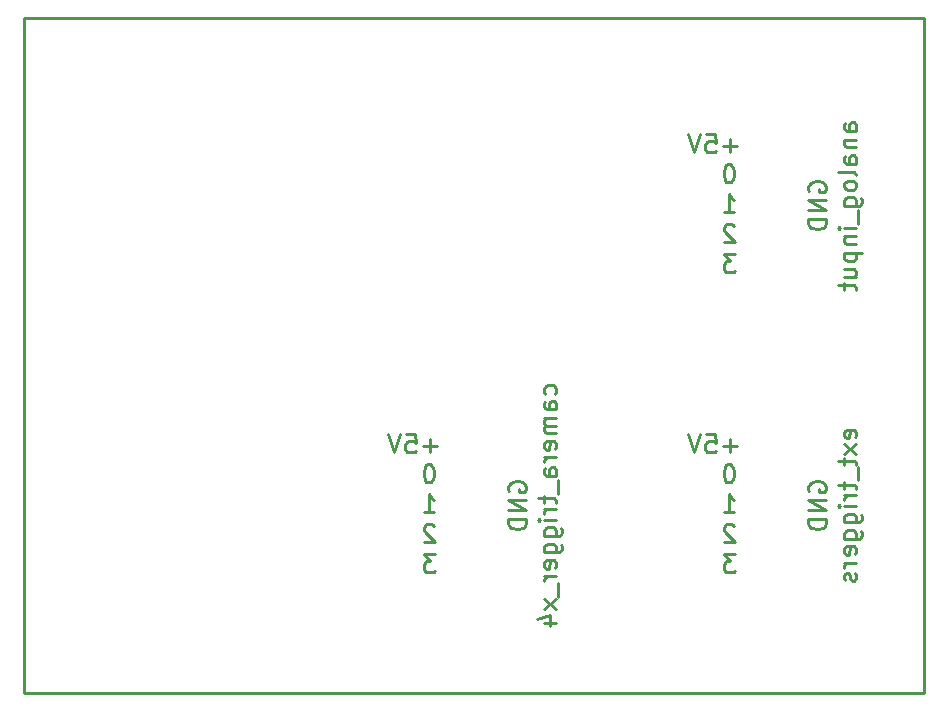
<source format=gbo>
G04 (created by PCBNEW-RS274X (20100406 SVN-R2509)-final) date Thu 17 Jun 2010 11:12:04 AM PDT*
G01*
G70*
G90*
%MOIN*%
G04 Gerber Fmt 3.4, Leading zero omitted, Abs format*
%FSLAX34Y34*%
G04 APERTURE LIST*
%ADD10C,0.001000*%
%ADD11C,0.009000*%
%ADD12C,0.010000*%
G04 APERTURE END LIST*
G54D10*
G54D11*
X59000Y-30750D02*
X29000Y-30750D01*
X59000Y-53250D02*
X59000Y-30750D01*
X29000Y-53250D02*
X59000Y-53250D01*
X29000Y-30750D02*
X29000Y-53250D01*
G54D12*
X52699Y-48643D02*
X52328Y-48643D01*
X52528Y-48871D01*
X52442Y-48871D01*
X52385Y-48900D01*
X52356Y-48929D01*
X52328Y-48986D01*
X52328Y-49129D01*
X52356Y-49186D01*
X52385Y-49214D01*
X52442Y-49243D01*
X52614Y-49243D01*
X52671Y-49214D01*
X52699Y-49186D01*
X52671Y-47700D02*
X52642Y-47671D01*
X52585Y-47643D01*
X52442Y-47643D01*
X52385Y-47671D01*
X52356Y-47700D01*
X52328Y-47757D01*
X52328Y-47814D01*
X52356Y-47900D01*
X52699Y-48243D01*
X52328Y-48243D01*
X52328Y-47243D02*
X52671Y-47243D01*
X52499Y-47243D02*
X52499Y-46643D01*
X52556Y-46729D01*
X52614Y-46786D01*
X52671Y-46814D01*
X52528Y-45643D02*
X52471Y-45643D01*
X52414Y-45671D01*
X52385Y-45700D01*
X52356Y-45757D01*
X52328Y-45871D01*
X52328Y-46014D01*
X52356Y-46129D01*
X52385Y-46186D01*
X52414Y-46214D01*
X52471Y-46243D01*
X52528Y-46243D01*
X52585Y-46214D01*
X52614Y-46186D01*
X52642Y-46129D01*
X52671Y-46014D01*
X52671Y-45871D01*
X52642Y-45757D01*
X52614Y-45700D01*
X52585Y-45671D01*
X52528Y-45643D01*
X46714Y-43287D02*
X46743Y-43230D01*
X46743Y-43116D01*
X46714Y-43058D01*
X46686Y-43030D01*
X46629Y-43001D01*
X46457Y-43001D01*
X46400Y-43030D01*
X46371Y-43058D01*
X46343Y-43116D01*
X46343Y-43230D01*
X46371Y-43287D01*
X46743Y-43801D02*
X46429Y-43801D01*
X46371Y-43772D01*
X46343Y-43715D01*
X46343Y-43601D01*
X46371Y-43544D01*
X46714Y-43801D02*
X46743Y-43744D01*
X46743Y-43601D01*
X46714Y-43544D01*
X46657Y-43515D01*
X46600Y-43515D01*
X46543Y-43544D01*
X46514Y-43601D01*
X46514Y-43744D01*
X46486Y-43801D01*
X46743Y-44087D02*
X46343Y-44087D01*
X46400Y-44087D02*
X46371Y-44115D01*
X46343Y-44173D01*
X46343Y-44258D01*
X46371Y-44315D01*
X46429Y-44344D01*
X46743Y-44344D01*
X46429Y-44344D02*
X46371Y-44373D01*
X46343Y-44430D01*
X46343Y-44515D01*
X46371Y-44573D01*
X46429Y-44601D01*
X46743Y-44601D01*
X46714Y-45115D02*
X46743Y-45058D01*
X46743Y-44944D01*
X46714Y-44887D01*
X46657Y-44858D01*
X46429Y-44858D01*
X46371Y-44887D01*
X46343Y-44944D01*
X46343Y-45058D01*
X46371Y-45115D01*
X46429Y-45144D01*
X46486Y-45144D01*
X46543Y-44858D01*
X46743Y-45401D02*
X46343Y-45401D01*
X46457Y-45401D02*
X46400Y-45429D01*
X46371Y-45458D01*
X46343Y-45515D01*
X46343Y-45572D01*
X46743Y-46029D02*
X46429Y-46029D01*
X46371Y-46000D01*
X46343Y-45943D01*
X46343Y-45829D01*
X46371Y-45772D01*
X46714Y-46029D02*
X46743Y-45972D01*
X46743Y-45829D01*
X46714Y-45772D01*
X46657Y-45743D01*
X46600Y-45743D01*
X46543Y-45772D01*
X46514Y-45829D01*
X46514Y-45972D01*
X46486Y-46029D01*
X46800Y-46172D02*
X46800Y-46629D01*
X46343Y-46686D02*
X46343Y-46915D01*
X46143Y-46772D02*
X46657Y-46772D01*
X46714Y-46800D01*
X46743Y-46858D01*
X46743Y-46915D01*
X46743Y-47115D02*
X46343Y-47115D01*
X46457Y-47115D02*
X46400Y-47143D01*
X46371Y-47172D01*
X46343Y-47229D01*
X46343Y-47286D01*
X46743Y-47486D02*
X46343Y-47486D01*
X46143Y-47486D02*
X46171Y-47457D01*
X46200Y-47486D01*
X46171Y-47514D01*
X46143Y-47486D01*
X46200Y-47486D01*
X46343Y-48029D02*
X46829Y-48029D01*
X46886Y-48000D01*
X46914Y-47972D01*
X46943Y-47915D01*
X46943Y-47829D01*
X46914Y-47772D01*
X46714Y-48029D02*
X46743Y-47972D01*
X46743Y-47858D01*
X46714Y-47800D01*
X46686Y-47772D01*
X46629Y-47743D01*
X46457Y-47743D01*
X46400Y-47772D01*
X46371Y-47800D01*
X46343Y-47858D01*
X46343Y-47972D01*
X46371Y-48029D01*
X46343Y-48572D02*
X46829Y-48572D01*
X46886Y-48543D01*
X46914Y-48515D01*
X46943Y-48458D01*
X46943Y-48372D01*
X46914Y-48315D01*
X46714Y-48572D02*
X46743Y-48515D01*
X46743Y-48401D01*
X46714Y-48343D01*
X46686Y-48315D01*
X46629Y-48286D01*
X46457Y-48286D01*
X46400Y-48315D01*
X46371Y-48343D01*
X46343Y-48401D01*
X46343Y-48515D01*
X46371Y-48572D01*
X46714Y-49086D02*
X46743Y-49029D01*
X46743Y-48915D01*
X46714Y-48858D01*
X46657Y-48829D01*
X46429Y-48829D01*
X46371Y-48858D01*
X46343Y-48915D01*
X46343Y-49029D01*
X46371Y-49086D01*
X46429Y-49115D01*
X46486Y-49115D01*
X46543Y-48829D01*
X46743Y-49372D02*
X46343Y-49372D01*
X46457Y-49372D02*
X46400Y-49400D01*
X46371Y-49429D01*
X46343Y-49486D01*
X46343Y-49543D01*
X46800Y-49600D02*
X46800Y-50057D01*
X46743Y-50143D02*
X46343Y-50457D01*
X46343Y-50143D02*
X46743Y-50457D01*
X46343Y-50943D02*
X46743Y-50943D01*
X46114Y-50800D02*
X46543Y-50657D01*
X46543Y-51029D01*
X56714Y-44743D02*
X56743Y-44686D01*
X56743Y-44572D01*
X56714Y-44515D01*
X56657Y-44486D01*
X56429Y-44486D01*
X56371Y-44515D01*
X56343Y-44572D01*
X56343Y-44686D01*
X56371Y-44743D01*
X56429Y-44772D01*
X56486Y-44772D01*
X56543Y-44486D01*
X56743Y-44972D02*
X56343Y-45286D01*
X56343Y-44972D02*
X56743Y-45286D01*
X56343Y-45429D02*
X56343Y-45658D01*
X56143Y-45515D02*
X56657Y-45515D01*
X56714Y-45543D01*
X56743Y-45601D01*
X56743Y-45658D01*
X56800Y-45715D02*
X56800Y-46172D01*
X56343Y-46229D02*
X56343Y-46458D01*
X56143Y-46315D02*
X56657Y-46315D01*
X56714Y-46343D01*
X56743Y-46401D01*
X56743Y-46458D01*
X56743Y-46658D02*
X56343Y-46658D01*
X56457Y-46658D02*
X56400Y-46686D01*
X56371Y-46715D01*
X56343Y-46772D01*
X56343Y-46829D01*
X56743Y-47029D02*
X56343Y-47029D01*
X56143Y-47029D02*
X56171Y-47000D01*
X56200Y-47029D01*
X56171Y-47057D01*
X56143Y-47029D01*
X56200Y-47029D01*
X56343Y-47572D02*
X56829Y-47572D01*
X56886Y-47543D01*
X56914Y-47515D01*
X56943Y-47458D01*
X56943Y-47372D01*
X56914Y-47315D01*
X56714Y-47572D02*
X56743Y-47515D01*
X56743Y-47401D01*
X56714Y-47343D01*
X56686Y-47315D01*
X56629Y-47286D01*
X56457Y-47286D01*
X56400Y-47315D01*
X56371Y-47343D01*
X56343Y-47401D01*
X56343Y-47515D01*
X56371Y-47572D01*
X56343Y-48115D02*
X56829Y-48115D01*
X56886Y-48086D01*
X56914Y-48058D01*
X56943Y-48001D01*
X56943Y-47915D01*
X56914Y-47858D01*
X56714Y-48115D02*
X56743Y-48058D01*
X56743Y-47944D01*
X56714Y-47886D01*
X56686Y-47858D01*
X56629Y-47829D01*
X56457Y-47829D01*
X56400Y-47858D01*
X56371Y-47886D01*
X56343Y-47944D01*
X56343Y-48058D01*
X56371Y-48115D01*
X56714Y-48629D02*
X56743Y-48572D01*
X56743Y-48458D01*
X56714Y-48401D01*
X56657Y-48372D01*
X56429Y-48372D01*
X56371Y-48401D01*
X56343Y-48458D01*
X56343Y-48572D01*
X56371Y-48629D01*
X56429Y-48658D01*
X56486Y-48658D01*
X56543Y-48372D01*
X56743Y-48915D02*
X56343Y-48915D01*
X56457Y-48915D02*
X56400Y-48943D01*
X56371Y-48972D01*
X56343Y-49029D01*
X56343Y-49086D01*
X56714Y-49257D02*
X56743Y-49314D01*
X56743Y-49429D01*
X56714Y-49486D01*
X56657Y-49514D01*
X56629Y-49514D01*
X56571Y-49486D01*
X56543Y-49429D01*
X56543Y-49343D01*
X56514Y-49286D01*
X56457Y-49257D01*
X56429Y-49257D01*
X56371Y-49286D01*
X56343Y-49343D01*
X56343Y-49429D01*
X56371Y-49486D01*
X56743Y-34528D02*
X56429Y-34528D01*
X56371Y-34499D01*
X56343Y-34442D01*
X56343Y-34328D01*
X56371Y-34271D01*
X56714Y-34528D02*
X56743Y-34471D01*
X56743Y-34328D01*
X56714Y-34271D01*
X56657Y-34242D01*
X56600Y-34242D01*
X56543Y-34271D01*
X56514Y-34328D01*
X56514Y-34471D01*
X56486Y-34528D01*
X56343Y-34814D02*
X56743Y-34814D01*
X56400Y-34814D02*
X56371Y-34842D01*
X56343Y-34900D01*
X56343Y-34985D01*
X56371Y-35042D01*
X56429Y-35071D01*
X56743Y-35071D01*
X56743Y-35614D02*
X56429Y-35614D01*
X56371Y-35585D01*
X56343Y-35528D01*
X56343Y-35414D01*
X56371Y-35357D01*
X56714Y-35614D02*
X56743Y-35557D01*
X56743Y-35414D01*
X56714Y-35357D01*
X56657Y-35328D01*
X56600Y-35328D01*
X56543Y-35357D01*
X56514Y-35414D01*
X56514Y-35557D01*
X56486Y-35614D01*
X56743Y-35986D02*
X56714Y-35928D01*
X56657Y-35900D01*
X56143Y-35900D01*
X56743Y-36300D02*
X56714Y-36242D01*
X56686Y-36214D01*
X56629Y-36185D01*
X56457Y-36185D01*
X56400Y-36214D01*
X56371Y-36242D01*
X56343Y-36300D01*
X56343Y-36385D01*
X56371Y-36442D01*
X56400Y-36471D01*
X56457Y-36500D01*
X56629Y-36500D01*
X56686Y-36471D01*
X56714Y-36442D01*
X56743Y-36385D01*
X56743Y-36300D01*
X56343Y-37014D02*
X56829Y-37014D01*
X56886Y-36985D01*
X56914Y-36957D01*
X56943Y-36900D01*
X56943Y-36814D01*
X56914Y-36757D01*
X56714Y-37014D02*
X56743Y-36957D01*
X56743Y-36843D01*
X56714Y-36785D01*
X56686Y-36757D01*
X56629Y-36728D01*
X56457Y-36728D01*
X56400Y-36757D01*
X56371Y-36785D01*
X56343Y-36843D01*
X56343Y-36957D01*
X56371Y-37014D01*
X56800Y-37157D02*
X56800Y-37614D01*
X56743Y-37757D02*
X56343Y-37757D01*
X56143Y-37757D02*
X56171Y-37728D01*
X56200Y-37757D01*
X56171Y-37785D01*
X56143Y-37757D01*
X56200Y-37757D01*
X56343Y-38043D02*
X56743Y-38043D01*
X56400Y-38043D02*
X56371Y-38071D01*
X56343Y-38129D01*
X56343Y-38214D01*
X56371Y-38271D01*
X56429Y-38300D01*
X56743Y-38300D01*
X56343Y-38586D02*
X56943Y-38586D01*
X56371Y-38586D02*
X56343Y-38643D01*
X56343Y-38757D01*
X56371Y-38814D01*
X56400Y-38843D01*
X56457Y-38872D01*
X56629Y-38872D01*
X56686Y-38843D01*
X56714Y-38814D01*
X56743Y-38757D01*
X56743Y-38643D01*
X56714Y-38586D01*
X56343Y-39386D02*
X56743Y-39386D01*
X56343Y-39129D02*
X56657Y-39129D01*
X56714Y-39157D01*
X56743Y-39215D01*
X56743Y-39300D01*
X56714Y-39357D01*
X56686Y-39386D01*
X56343Y-39586D02*
X56343Y-39815D01*
X56143Y-39672D02*
X56657Y-39672D01*
X56714Y-39700D01*
X56743Y-39758D01*
X56743Y-39815D01*
X52699Y-38643D02*
X52328Y-38643D01*
X52528Y-38871D01*
X52442Y-38871D01*
X52385Y-38900D01*
X52356Y-38929D01*
X52328Y-38986D01*
X52328Y-39129D01*
X52356Y-39186D01*
X52385Y-39214D01*
X52442Y-39243D01*
X52614Y-39243D01*
X52671Y-39214D01*
X52699Y-39186D01*
X52671Y-37700D02*
X52642Y-37671D01*
X52585Y-37643D01*
X52442Y-37643D01*
X52385Y-37671D01*
X52356Y-37700D01*
X52328Y-37757D01*
X52328Y-37814D01*
X52356Y-37900D01*
X52699Y-38243D01*
X52328Y-38243D01*
X52328Y-37243D02*
X52671Y-37243D01*
X52499Y-37243D02*
X52499Y-36643D01*
X52556Y-36729D01*
X52614Y-36786D01*
X52671Y-36814D01*
X52528Y-35643D02*
X52471Y-35643D01*
X52414Y-35671D01*
X52385Y-35700D01*
X52356Y-35757D01*
X52328Y-35871D01*
X52328Y-36014D01*
X52356Y-36129D01*
X52385Y-36186D01*
X52414Y-36214D01*
X52471Y-36243D01*
X52528Y-36243D01*
X52585Y-36214D01*
X52614Y-36186D01*
X52642Y-36129D01*
X52671Y-36014D01*
X52671Y-35871D01*
X52642Y-35757D01*
X52614Y-35700D01*
X52585Y-35671D01*
X52528Y-35643D01*
X42699Y-48643D02*
X42328Y-48643D01*
X42528Y-48871D01*
X42442Y-48871D01*
X42385Y-48900D01*
X42356Y-48929D01*
X42328Y-48986D01*
X42328Y-49129D01*
X42356Y-49186D01*
X42385Y-49214D01*
X42442Y-49243D01*
X42614Y-49243D01*
X42671Y-49214D01*
X42699Y-49186D01*
X42671Y-47700D02*
X42642Y-47671D01*
X42585Y-47643D01*
X42442Y-47643D01*
X42385Y-47671D01*
X42356Y-47700D01*
X42328Y-47757D01*
X42328Y-47814D01*
X42356Y-47900D01*
X42699Y-48243D01*
X42328Y-48243D01*
X42328Y-47243D02*
X42671Y-47243D01*
X42499Y-47243D02*
X42499Y-46643D01*
X42556Y-46729D01*
X42614Y-46786D01*
X42671Y-46814D01*
X42528Y-45643D02*
X42471Y-45643D01*
X42414Y-45671D01*
X42385Y-45700D01*
X42356Y-45757D01*
X42328Y-45871D01*
X42328Y-46014D01*
X42356Y-46129D01*
X42385Y-46186D01*
X42414Y-46214D01*
X42471Y-46243D01*
X42528Y-46243D01*
X42585Y-46214D01*
X42614Y-46186D01*
X42642Y-46129D01*
X42671Y-46014D01*
X42671Y-45871D01*
X42642Y-45757D01*
X42614Y-45700D01*
X42585Y-45671D01*
X42528Y-45643D01*
X52771Y-35014D02*
X52314Y-35014D01*
X52543Y-35243D02*
X52543Y-34786D01*
X51742Y-34643D02*
X52028Y-34643D01*
X52057Y-34929D01*
X52028Y-34900D01*
X51971Y-34871D01*
X51828Y-34871D01*
X51771Y-34900D01*
X51742Y-34929D01*
X51714Y-34986D01*
X51714Y-35129D01*
X51742Y-35186D01*
X51771Y-35214D01*
X51828Y-35243D01*
X51971Y-35243D01*
X52028Y-35214D01*
X52057Y-35186D01*
X51543Y-34643D02*
X51343Y-35243D01*
X51143Y-34643D01*
X42771Y-45014D02*
X42314Y-45014D01*
X42543Y-45243D02*
X42543Y-44786D01*
X41742Y-44643D02*
X42028Y-44643D01*
X42057Y-44929D01*
X42028Y-44900D01*
X41971Y-44871D01*
X41828Y-44871D01*
X41771Y-44900D01*
X41742Y-44929D01*
X41714Y-44986D01*
X41714Y-45129D01*
X41742Y-45186D01*
X41771Y-45214D01*
X41828Y-45243D01*
X41971Y-45243D01*
X42028Y-45214D01*
X42057Y-45186D01*
X41543Y-44643D02*
X41343Y-45243D01*
X41143Y-44643D01*
X52771Y-45014D02*
X52314Y-45014D01*
X52543Y-45243D02*
X52543Y-44786D01*
X51742Y-44643D02*
X52028Y-44643D01*
X52057Y-44929D01*
X52028Y-44900D01*
X51971Y-44871D01*
X51828Y-44871D01*
X51771Y-44900D01*
X51742Y-44929D01*
X51714Y-44986D01*
X51714Y-45129D01*
X51742Y-45186D01*
X51771Y-45214D01*
X51828Y-45243D01*
X51971Y-45243D01*
X52028Y-45214D01*
X52057Y-45186D01*
X51543Y-44643D02*
X51343Y-45243D01*
X51143Y-44643D01*
X45171Y-46543D02*
X45143Y-46486D01*
X45143Y-46400D01*
X45171Y-46315D01*
X45229Y-46257D01*
X45286Y-46229D01*
X45400Y-46200D01*
X45486Y-46200D01*
X45600Y-46229D01*
X45657Y-46257D01*
X45714Y-46315D01*
X45743Y-46400D01*
X45743Y-46457D01*
X45714Y-46543D01*
X45686Y-46572D01*
X45486Y-46572D01*
X45486Y-46457D01*
X45743Y-46829D02*
X45143Y-46829D01*
X45743Y-47172D01*
X45143Y-47172D01*
X45743Y-47458D02*
X45143Y-47458D01*
X45143Y-47601D01*
X45171Y-47686D01*
X45229Y-47744D01*
X45286Y-47772D01*
X45400Y-47801D01*
X45486Y-47801D01*
X45600Y-47772D01*
X45657Y-47744D01*
X45714Y-47686D01*
X45743Y-47601D01*
X45743Y-47458D01*
X55171Y-46543D02*
X55143Y-46486D01*
X55143Y-46400D01*
X55171Y-46315D01*
X55229Y-46257D01*
X55286Y-46229D01*
X55400Y-46200D01*
X55486Y-46200D01*
X55600Y-46229D01*
X55657Y-46257D01*
X55714Y-46315D01*
X55743Y-46400D01*
X55743Y-46457D01*
X55714Y-46543D01*
X55686Y-46572D01*
X55486Y-46572D01*
X55486Y-46457D01*
X55743Y-46829D02*
X55143Y-46829D01*
X55743Y-47172D01*
X55143Y-47172D01*
X55743Y-47458D02*
X55143Y-47458D01*
X55143Y-47601D01*
X55171Y-47686D01*
X55229Y-47744D01*
X55286Y-47772D01*
X55400Y-47801D01*
X55486Y-47801D01*
X55600Y-47772D01*
X55657Y-47744D01*
X55714Y-47686D01*
X55743Y-47601D01*
X55743Y-47458D01*
X55171Y-36543D02*
X55143Y-36486D01*
X55143Y-36400D01*
X55171Y-36315D01*
X55229Y-36257D01*
X55286Y-36229D01*
X55400Y-36200D01*
X55486Y-36200D01*
X55600Y-36229D01*
X55657Y-36257D01*
X55714Y-36315D01*
X55743Y-36400D01*
X55743Y-36457D01*
X55714Y-36543D01*
X55686Y-36572D01*
X55486Y-36572D01*
X55486Y-36457D01*
X55743Y-36829D02*
X55143Y-36829D01*
X55743Y-37172D01*
X55143Y-37172D01*
X55743Y-37458D02*
X55143Y-37458D01*
X55143Y-37601D01*
X55171Y-37686D01*
X55229Y-37744D01*
X55286Y-37772D01*
X55400Y-37801D01*
X55486Y-37801D01*
X55600Y-37772D01*
X55657Y-37744D01*
X55714Y-37686D01*
X55743Y-37601D01*
X55743Y-37458D01*
M02*

</source>
